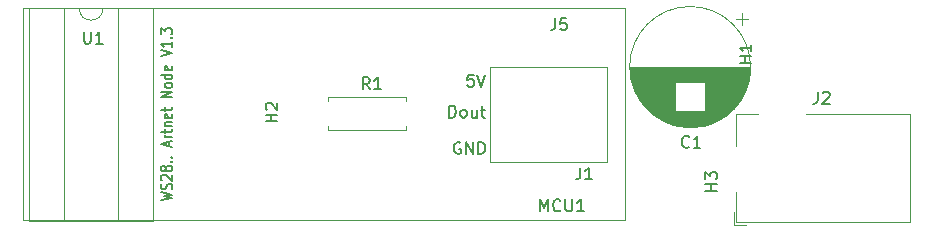
<source format=gbr>
G04 #@! TF.GenerationSoftware,KiCad,Pcbnew,(5.1.4)-1*
G04 #@! TF.CreationDate,2019-11-20T20:31:01+01:00*
G04 #@! TF.ProjectId,ArtNetNode1.2,4172744e-6574-44e6-9f64-65312e322e6b,rev?*
G04 #@! TF.SameCoordinates,Original*
G04 #@! TF.FileFunction,Legend,Top*
G04 #@! TF.FilePolarity,Positive*
%FSLAX46Y46*%
G04 Gerber Fmt 4.6, Leading zero omitted, Abs format (unit mm)*
G04 Created by KiCad (PCBNEW (5.1.4)-1) date 2019-11-20 20:31:01*
%MOMM*%
%LPD*%
G04 APERTURE LIST*
%ADD10C,0.150000*%
%ADD11C,0.120000*%
G04 APERTURE END LIST*
D10*
X172426380Y-73354285D02*
X173426380Y-73163809D01*
X172712095Y-73011428D01*
X173426380Y-72859047D01*
X172426380Y-72668571D01*
X173378761Y-72401904D02*
X173426380Y-72287619D01*
X173426380Y-72097142D01*
X173378761Y-72020952D01*
X173331142Y-71982857D01*
X173235904Y-71944761D01*
X173140666Y-71944761D01*
X173045428Y-71982857D01*
X172997809Y-72020952D01*
X172950190Y-72097142D01*
X172902571Y-72249523D01*
X172854952Y-72325714D01*
X172807333Y-72363809D01*
X172712095Y-72401904D01*
X172616857Y-72401904D01*
X172521619Y-72363809D01*
X172474000Y-72325714D01*
X172426380Y-72249523D01*
X172426380Y-72059047D01*
X172474000Y-71944761D01*
X172521619Y-71640000D02*
X172474000Y-71601904D01*
X172426380Y-71525714D01*
X172426380Y-71335238D01*
X172474000Y-71259047D01*
X172521619Y-71220952D01*
X172616857Y-71182857D01*
X172712095Y-71182857D01*
X172854952Y-71220952D01*
X173426380Y-71678095D01*
X173426380Y-71182857D01*
X172854952Y-70725714D02*
X172807333Y-70801904D01*
X172759714Y-70840000D01*
X172664476Y-70878095D01*
X172616857Y-70878095D01*
X172521619Y-70840000D01*
X172474000Y-70801904D01*
X172426380Y-70725714D01*
X172426380Y-70573333D01*
X172474000Y-70497142D01*
X172521619Y-70459047D01*
X172616857Y-70420952D01*
X172664476Y-70420952D01*
X172759714Y-70459047D01*
X172807333Y-70497142D01*
X172854952Y-70573333D01*
X172854952Y-70725714D01*
X172902571Y-70801904D01*
X172950190Y-70840000D01*
X173045428Y-70878095D01*
X173235904Y-70878095D01*
X173331142Y-70840000D01*
X173378761Y-70801904D01*
X173426380Y-70725714D01*
X173426380Y-70573333D01*
X173378761Y-70497142D01*
X173331142Y-70459047D01*
X173235904Y-70420952D01*
X173045428Y-70420952D01*
X172950190Y-70459047D01*
X172902571Y-70497142D01*
X172854952Y-70573333D01*
X173331142Y-70078095D02*
X173378761Y-70040000D01*
X173426380Y-70078095D01*
X173378761Y-70116190D01*
X173331142Y-70078095D01*
X173426380Y-70078095D01*
X173331142Y-69697142D02*
X173378761Y-69659047D01*
X173426380Y-69697142D01*
X173378761Y-69735238D01*
X173331142Y-69697142D01*
X173426380Y-69697142D01*
X173140666Y-68744761D02*
X173140666Y-68363809D01*
X173426380Y-68820952D02*
X172426380Y-68554285D01*
X173426380Y-68287619D01*
X173426380Y-68020952D02*
X172759714Y-68020952D01*
X172950190Y-68020952D02*
X172854952Y-67982857D01*
X172807333Y-67944761D01*
X172759714Y-67868571D01*
X172759714Y-67792380D01*
X172759714Y-67640000D02*
X172759714Y-67335238D01*
X172426380Y-67525714D02*
X173283523Y-67525714D01*
X173378761Y-67487619D01*
X173426380Y-67411428D01*
X173426380Y-67335238D01*
X172759714Y-67068571D02*
X173426380Y-67068571D01*
X172854952Y-67068571D02*
X172807333Y-67030476D01*
X172759714Y-66954285D01*
X172759714Y-66840000D01*
X172807333Y-66763809D01*
X172902571Y-66725714D01*
X173426380Y-66725714D01*
X173378761Y-66040000D02*
X173426380Y-66116190D01*
X173426380Y-66268571D01*
X173378761Y-66344761D01*
X173283523Y-66382857D01*
X172902571Y-66382857D01*
X172807333Y-66344761D01*
X172759714Y-66268571D01*
X172759714Y-66116190D01*
X172807333Y-66040000D01*
X172902571Y-66001904D01*
X172997809Y-66001904D01*
X173093047Y-66382857D01*
X172759714Y-65773333D02*
X172759714Y-65468571D01*
X172426380Y-65659047D02*
X173283523Y-65659047D01*
X173378761Y-65620952D01*
X173426380Y-65544761D01*
X173426380Y-65468571D01*
X173426380Y-64592380D02*
X172426380Y-64592380D01*
X173426380Y-64135238D01*
X172426380Y-64135238D01*
X173426380Y-63640000D02*
X173378761Y-63716190D01*
X173331142Y-63754285D01*
X173235904Y-63792380D01*
X172950190Y-63792380D01*
X172854952Y-63754285D01*
X172807333Y-63716190D01*
X172759714Y-63640000D01*
X172759714Y-63525714D01*
X172807333Y-63449523D01*
X172854952Y-63411428D01*
X172950190Y-63373333D01*
X173235904Y-63373333D01*
X173331142Y-63411428D01*
X173378761Y-63449523D01*
X173426380Y-63525714D01*
X173426380Y-63640000D01*
X173426380Y-62687619D02*
X172426380Y-62687619D01*
X173378761Y-62687619D02*
X173426380Y-62763809D01*
X173426380Y-62916190D01*
X173378761Y-62992380D01*
X173331142Y-63030476D01*
X173235904Y-63068571D01*
X172950190Y-63068571D01*
X172854952Y-63030476D01*
X172807333Y-62992380D01*
X172759714Y-62916190D01*
X172759714Y-62763809D01*
X172807333Y-62687619D01*
X173378761Y-62001904D02*
X173426380Y-62078095D01*
X173426380Y-62230476D01*
X173378761Y-62306666D01*
X173283523Y-62344761D01*
X172902571Y-62344761D01*
X172807333Y-62306666D01*
X172759714Y-62230476D01*
X172759714Y-62078095D01*
X172807333Y-62001904D01*
X172902571Y-61963809D01*
X172997809Y-61963809D01*
X173093047Y-62344761D01*
X172426380Y-61125714D02*
X173426380Y-60859047D01*
X172426380Y-60592380D01*
X173426380Y-59906666D02*
X173426380Y-60363809D01*
X173426380Y-60135238D02*
X172426380Y-60135238D01*
X172569238Y-60211428D01*
X172664476Y-60287619D01*
X172712095Y-60363809D01*
X173331142Y-59563809D02*
X173378761Y-59525714D01*
X173426380Y-59563809D01*
X173378761Y-59601904D01*
X173331142Y-59563809D01*
X173426380Y-59563809D01*
X172426380Y-59259047D02*
X172426380Y-58763809D01*
X172807333Y-59030476D01*
X172807333Y-58916190D01*
X172854952Y-58840000D01*
X172902571Y-58801904D01*
X172997809Y-58763809D01*
X173235904Y-58763809D01*
X173331142Y-58801904D01*
X173378761Y-58840000D01*
X173426380Y-58916190D01*
X173426380Y-59144761D01*
X173378761Y-59220952D01*
X173331142Y-59259047D01*
D11*
X222379600Y-62046000D02*
G75*
G03X222379600Y-62046000I-5120000J0D01*
G01*
X222339600Y-62046000D02*
X212179600Y-62046000D01*
X222339600Y-62086000D02*
X212179600Y-62086000D01*
X222339600Y-62126000D02*
X212179600Y-62126000D01*
X222338600Y-62166000D02*
X212180600Y-62166000D01*
X222337600Y-62206000D02*
X212181600Y-62206000D01*
X222336600Y-62246000D02*
X212182600Y-62246000D01*
X222334600Y-62286000D02*
X212184600Y-62286000D01*
X222332600Y-62326000D02*
X212186600Y-62326000D01*
X222329600Y-62366000D02*
X212189600Y-62366000D01*
X222327600Y-62406000D02*
X212191600Y-62406000D01*
X222324600Y-62446000D02*
X212194600Y-62446000D01*
X222321600Y-62486000D02*
X212197600Y-62486000D01*
X222317600Y-62526000D02*
X212201600Y-62526000D01*
X222313600Y-62566000D02*
X212205600Y-62566000D01*
X222309600Y-62606000D02*
X212209600Y-62606000D01*
X222304600Y-62646000D02*
X212214600Y-62646000D01*
X222299600Y-62686000D02*
X212219600Y-62686000D01*
X222294600Y-62726000D02*
X212224600Y-62726000D01*
X222289600Y-62767000D02*
X212229600Y-62767000D01*
X222283600Y-62807000D02*
X212235600Y-62807000D01*
X222277600Y-62847000D02*
X212241600Y-62847000D01*
X222270600Y-62887000D02*
X212248600Y-62887000D01*
X222263600Y-62927000D02*
X212255600Y-62927000D01*
X222256600Y-62967000D02*
X212262600Y-62967000D01*
X222249600Y-63007000D02*
X212269600Y-63007000D01*
X222241600Y-63047000D02*
X212277600Y-63047000D01*
X222233600Y-63087000D02*
X212285600Y-63087000D01*
X222224600Y-63127000D02*
X212294600Y-63127000D01*
X222215600Y-63167000D02*
X212303600Y-63167000D01*
X222206600Y-63207000D02*
X212312600Y-63207000D01*
X222197600Y-63247000D02*
X212321600Y-63247000D01*
X222187600Y-63287000D02*
X212331600Y-63287000D01*
X222177600Y-63327000D02*
X218500600Y-63327000D01*
X216018600Y-63327000D02*
X212341600Y-63327000D01*
X222166600Y-63367000D02*
X218500600Y-63367000D01*
X216018600Y-63367000D02*
X212352600Y-63367000D01*
X222156600Y-63407000D02*
X218500600Y-63407000D01*
X216018600Y-63407000D02*
X212362600Y-63407000D01*
X222144600Y-63447000D02*
X218500600Y-63447000D01*
X216018600Y-63447000D02*
X212374600Y-63447000D01*
X222133600Y-63487000D02*
X218500600Y-63487000D01*
X216018600Y-63487000D02*
X212385600Y-63487000D01*
X222121600Y-63527000D02*
X218500600Y-63527000D01*
X216018600Y-63527000D02*
X212397600Y-63527000D01*
X222109600Y-63567000D02*
X218500600Y-63567000D01*
X216018600Y-63567000D02*
X212409600Y-63567000D01*
X222096600Y-63607000D02*
X218500600Y-63607000D01*
X216018600Y-63607000D02*
X212422600Y-63607000D01*
X222083600Y-63647000D02*
X218500600Y-63647000D01*
X216018600Y-63647000D02*
X212435600Y-63647000D01*
X222070600Y-63687000D02*
X218500600Y-63687000D01*
X216018600Y-63687000D02*
X212448600Y-63687000D01*
X222056600Y-63727000D02*
X218500600Y-63727000D01*
X216018600Y-63727000D02*
X212462600Y-63727000D01*
X222042600Y-63767000D02*
X218500600Y-63767000D01*
X216018600Y-63767000D02*
X212476600Y-63767000D01*
X222027600Y-63807000D02*
X218500600Y-63807000D01*
X216018600Y-63807000D02*
X212491600Y-63807000D01*
X222013600Y-63847000D02*
X218500600Y-63847000D01*
X216018600Y-63847000D02*
X212505600Y-63847000D01*
X221997600Y-63887000D02*
X218500600Y-63887000D01*
X216018600Y-63887000D02*
X212521600Y-63887000D01*
X221982600Y-63927000D02*
X218500600Y-63927000D01*
X216018600Y-63927000D02*
X212536600Y-63927000D01*
X221966600Y-63967000D02*
X218500600Y-63967000D01*
X216018600Y-63967000D02*
X212552600Y-63967000D01*
X221949600Y-64007000D02*
X218500600Y-64007000D01*
X216018600Y-64007000D02*
X212569600Y-64007000D01*
X221933600Y-64047000D02*
X218500600Y-64047000D01*
X216018600Y-64047000D02*
X212585600Y-64047000D01*
X221916600Y-64087000D02*
X218500600Y-64087000D01*
X216018600Y-64087000D02*
X212602600Y-64087000D01*
X221898600Y-64127000D02*
X218500600Y-64127000D01*
X216018600Y-64127000D02*
X212620600Y-64127000D01*
X221880600Y-64167000D02*
X218500600Y-64167000D01*
X216018600Y-64167000D02*
X212638600Y-64167000D01*
X221862600Y-64207000D02*
X218500600Y-64207000D01*
X216018600Y-64207000D02*
X212656600Y-64207000D01*
X221843600Y-64247000D02*
X218500600Y-64247000D01*
X216018600Y-64247000D02*
X212675600Y-64247000D01*
X221823600Y-64287000D02*
X218500600Y-64287000D01*
X216018600Y-64287000D02*
X212695600Y-64287000D01*
X221804600Y-64327000D02*
X218500600Y-64327000D01*
X216018600Y-64327000D02*
X212714600Y-64327000D01*
X221784600Y-64367000D02*
X218500600Y-64367000D01*
X216018600Y-64367000D02*
X212734600Y-64367000D01*
X221763600Y-64407000D02*
X218500600Y-64407000D01*
X216018600Y-64407000D02*
X212755600Y-64407000D01*
X221742600Y-64447000D02*
X218500600Y-64447000D01*
X216018600Y-64447000D02*
X212776600Y-64447000D01*
X221721600Y-64487000D02*
X218500600Y-64487000D01*
X216018600Y-64487000D02*
X212797600Y-64487000D01*
X221699600Y-64527000D02*
X218500600Y-64527000D01*
X216018600Y-64527000D02*
X212819600Y-64527000D01*
X221676600Y-64567000D02*
X218500600Y-64567000D01*
X216018600Y-64567000D02*
X212842600Y-64567000D01*
X221654600Y-64607000D02*
X218500600Y-64607000D01*
X216018600Y-64607000D02*
X212864600Y-64607000D01*
X221630600Y-64647000D02*
X218500600Y-64647000D01*
X216018600Y-64647000D02*
X212888600Y-64647000D01*
X221606600Y-64687000D02*
X218500600Y-64687000D01*
X216018600Y-64687000D02*
X212912600Y-64687000D01*
X221582600Y-64727000D02*
X218500600Y-64727000D01*
X216018600Y-64727000D02*
X212936600Y-64727000D01*
X221557600Y-64767000D02*
X218500600Y-64767000D01*
X216018600Y-64767000D02*
X212961600Y-64767000D01*
X221532600Y-64807000D02*
X218500600Y-64807000D01*
X216018600Y-64807000D02*
X212986600Y-64807000D01*
X221506600Y-64847000D02*
X218500600Y-64847000D01*
X216018600Y-64847000D02*
X213012600Y-64847000D01*
X221480600Y-64887000D02*
X218500600Y-64887000D01*
X216018600Y-64887000D02*
X213038600Y-64887000D01*
X221453600Y-64927000D02*
X218500600Y-64927000D01*
X216018600Y-64927000D02*
X213065600Y-64927000D01*
X221425600Y-64967000D02*
X218500600Y-64967000D01*
X216018600Y-64967000D02*
X213093600Y-64967000D01*
X221397600Y-65007000D02*
X218500600Y-65007000D01*
X216018600Y-65007000D02*
X213121600Y-65007000D01*
X221369600Y-65047000D02*
X218500600Y-65047000D01*
X216018600Y-65047000D02*
X213149600Y-65047000D01*
X221339600Y-65087000D02*
X218500600Y-65087000D01*
X216018600Y-65087000D02*
X213179600Y-65087000D01*
X221309600Y-65127000D02*
X218500600Y-65127000D01*
X216018600Y-65127000D02*
X213209600Y-65127000D01*
X221279600Y-65167000D02*
X218500600Y-65167000D01*
X216018600Y-65167000D02*
X213239600Y-65167000D01*
X221248600Y-65207000D02*
X218500600Y-65207000D01*
X216018600Y-65207000D02*
X213270600Y-65207000D01*
X221216600Y-65247000D02*
X218500600Y-65247000D01*
X216018600Y-65247000D02*
X213302600Y-65247000D01*
X221184600Y-65287000D02*
X218500600Y-65287000D01*
X216018600Y-65287000D02*
X213334600Y-65287000D01*
X221151600Y-65327000D02*
X218500600Y-65327000D01*
X216018600Y-65327000D02*
X213367600Y-65327000D01*
X221117600Y-65367000D02*
X218500600Y-65367000D01*
X216018600Y-65367000D02*
X213401600Y-65367000D01*
X221083600Y-65407000D02*
X218500600Y-65407000D01*
X216018600Y-65407000D02*
X213435600Y-65407000D01*
X221048600Y-65447000D02*
X218500600Y-65447000D01*
X216018600Y-65447000D02*
X213470600Y-65447000D01*
X221012600Y-65487000D02*
X218500600Y-65487000D01*
X216018600Y-65487000D02*
X213506600Y-65487000D01*
X220975600Y-65527000D02*
X218500600Y-65527000D01*
X216018600Y-65527000D02*
X213543600Y-65527000D01*
X220938600Y-65567000D02*
X218500600Y-65567000D01*
X216018600Y-65567000D02*
X213580600Y-65567000D01*
X220899600Y-65607000D02*
X218500600Y-65607000D01*
X216018600Y-65607000D02*
X213619600Y-65607000D01*
X220860600Y-65647000D02*
X218500600Y-65647000D01*
X216018600Y-65647000D02*
X213658600Y-65647000D01*
X220820600Y-65687000D02*
X218500600Y-65687000D01*
X216018600Y-65687000D02*
X213698600Y-65687000D01*
X220779600Y-65727000D02*
X218500600Y-65727000D01*
X216018600Y-65727000D02*
X213739600Y-65727000D01*
X220737600Y-65767000D02*
X218500600Y-65767000D01*
X216018600Y-65767000D02*
X213781600Y-65767000D01*
X220695600Y-65807000D02*
X213823600Y-65807000D01*
X220651600Y-65847000D02*
X213867600Y-65847000D01*
X220606600Y-65887000D02*
X213912600Y-65887000D01*
X220560600Y-65927000D02*
X213958600Y-65927000D01*
X220513600Y-65967000D02*
X214005600Y-65967000D01*
X220465600Y-66007000D02*
X214053600Y-66007000D01*
X220415600Y-66047000D02*
X214103600Y-66047000D01*
X220365600Y-66087000D02*
X214153600Y-66087000D01*
X220313600Y-66127000D02*
X214205600Y-66127000D01*
X220259600Y-66167000D02*
X214259600Y-66167000D01*
X220204600Y-66207000D02*
X214314600Y-66207000D01*
X220148600Y-66247000D02*
X214370600Y-66247000D01*
X220089600Y-66287000D02*
X214429600Y-66287000D01*
X220029600Y-66327000D02*
X214489600Y-66327000D01*
X219968600Y-66367000D02*
X214550600Y-66367000D01*
X219904600Y-66407000D02*
X214614600Y-66407000D01*
X219838600Y-66447000D02*
X214680600Y-66447000D01*
X219769600Y-66487000D02*
X214749600Y-66487000D01*
X219698600Y-66527000D02*
X214820600Y-66527000D01*
X219624600Y-66567000D02*
X214894600Y-66567000D01*
X219548600Y-66607000D02*
X214970600Y-66607000D01*
X219468600Y-66647000D02*
X215050600Y-66647000D01*
X219384600Y-66687000D02*
X215134600Y-66687000D01*
X219296600Y-66727000D02*
X215222600Y-66727000D01*
X219203600Y-66767000D02*
X215315600Y-66767000D01*
X219105600Y-66807000D02*
X215413600Y-66807000D01*
X219001600Y-66847000D02*
X215517600Y-66847000D01*
X218889600Y-66887000D02*
X215629600Y-66887000D01*
X218769600Y-66927000D02*
X215749600Y-66927000D01*
X218637600Y-66967000D02*
X215881600Y-66967000D01*
X218489600Y-67007000D02*
X216029600Y-67007000D01*
X218321600Y-67047000D02*
X216197600Y-67047000D01*
X218121600Y-67087000D02*
X216397600Y-67087000D01*
X217858600Y-67127000D02*
X216660600Y-67127000D01*
X221634600Y-57466354D02*
X221634600Y-58466354D01*
X222134600Y-57966354D02*
X221134600Y-57966354D01*
X160770000Y-75040000D02*
X211770000Y-75040000D01*
X160770000Y-75040000D02*
X160770000Y-57040000D01*
X160770000Y-57040000D02*
X211770000Y-57040000D01*
X211770000Y-75040000D02*
X211770000Y-57040000D01*
X220944000Y-74362000D02*
X220944000Y-75412000D01*
X221994000Y-75412000D02*
X220944000Y-75412000D01*
X227044000Y-66012000D02*
X235844000Y-66012000D01*
X235844000Y-66012000D02*
X235844000Y-75212000D01*
X221144000Y-68712000D02*
X221144000Y-66012000D01*
X221144000Y-66012000D02*
X223044000Y-66012000D01*
X235844000Y-75212000D02*
X221144000Y-75212000D01*
X221144000Y-75212000D02*
X221144000Y-72612000D01*
X210180000Y-70080000D02*
X210180000Y-62080000D01*
X210180000Y-70080000D02*
X200280000Y-70080000D01*
X210180000Y-62080000D02*
X200280000Y-62080000D01*
X200280000Y-62080000D02*
X200280000Y-70080000D01*
X186633800Y-64957600D02*
X186633800Y-64627600D01*
X186633800Y-64627600D02*
X193173800Y-64627600D01*
X193173800Y-64627600D02*
X193173800Y-64957600D01*
X186633800Y-67037600D02*
X186633800Y-67367600D01*
X186633800Y-67367600D02*
X193173800Y-67367600D01*
X193173800Y-67367600D02*
X193173800Y-67037600D01*
X167535800Y-57090000D02*
G75*
G02X165535800Y-57090000I-1000000J0D01*
G01*
X165535800Y-57090000D02*
X164285800Y-57090000D01*
X164285800Y-57090000D02*
X164285800Y-74990000D01*
X164285800Y-74990000D02*
X168785800Y-74990000D01*
X168785800Y-74990000D02*
X168785800Y-57090000D01*
X168785800Y-57090000D02*
X167535800Y-57090000D01*
X161285800Y-57030000D02*
X161285800Y-75050000D01*
X161285800Y-75050000D02*
X171785800Y-75050000D01*
X171785800Y-75050000D02*
X171785800Y-57030000D01*
X171785800Y-57030000D02*
X161285800Y-57030000D01*
D10*
X217181833Y-68793142D02*
X217134214Y-68840761D01*
X216991357Y-68888380D01*
X216896119Y-68888380D01*
X216753261Y-68840761D01*
X216658023Y-68745523D01*
X216610404Y-68650285D01*
X216562785Y-68459809D01*
X216562785Y-68316952D01*
X216610404Y-68126476D01*
X216658023Y-68031238D01*
X216753261Y-67936000D01*
X216896119Y-67888380D01*
X216991357Y-67888380D01*
X217134214Y-67936000D01*
X217181833Y-67983619D01*
X218134214Y-68888380D02*
X217562785Y-68888380D01*
X217848500Y-68888380D02*
X217848500Y-67888380D01*
X217753261Y-68031238D01*
X217658023Y-68126476D01*
X217562785Y-68174095D01*
X205836666Y-57912380D02*
X205836666Y-58626666D01*
X205789047Y-58769523D01*
X205693809Y-58864761D01*
X205550952Y-58912380D01*
X205455714Y-58912380D01*
X206789047Y-57912380D02*
X206312857Y-57912380D01*
X206265238Y-58388571D01*
X206312857Y-58340952D01*
X206408095Y-58293333D01*
X206646190Y-58293333D01*
X206741428Y-58340952D01*
X206789047Y-58388571D01*
X206836666Y-58483809D01*
X206836666Y-58721904D01*
X206789047Y-58817142D01*
X206741428Y-58864761D01*
X206646190Y-58912380D01*
X206408095Y-58912380D01*
X206312857Y-58864761D01*
X206265238Y-58817142D01*
X182312380Y-66661904D02*
X181312380Y-66661904D01*
X181788571Y-66661904D02*
X181788571Y-66090476D01*
X182312380Y-66090476D02*
X181312380Y-66090476D01*
X181407619Y-65661904D02*
X181360000Y-65614285D01*
X181312380Y-65519047D01*
X181312380Y-65280952D01*
X181360000Y-65185714D01*
X181407619Y-65138095D01*
X181502857Y-65090476D01*
X181598095Y-65090476D01*
X181740952Y-65138095D01*
X182312380Y-65709523D01*
X182312380Y-65090476D01*
X204556666Y-74262380D02*
X204556666Y-73262380D01*
X204890000Y-73976666D01*
X205223333Y-73262380D01*
X205223333Y-74262380D01*
X206270952Y-74167142D02*
X206223333Y-74214761D01*
X206080476Y-74262380D01*
X205985238Y-74262380D01*
X205842380Y-74214761D01*
X205747142Y-74119523D01*
X205699523Y-74024285D01*
X205651904Y-73833809D01*
X205651904Y-73690952D01*
X205699523Y-73500476D01*
X205747142Y-73405238D01*
X205842380Y-73310000D01*
X205985238Y-73262380D01*
X206080476Y-73262380D01*
X206223333Y-73310000D01*
X206270952Y-73357619D01*
X206699523Y-73262380D02*
X206699523Y-74071904D01*
X206747142Y-74167142D01*
X206794761Y-74214761D01*
X206890000Y-74262380D01*
X207080476Y-74262380D01*
X207175714Y-74214761D01*
X207223333Y-74167142D01*
X207270952Y-74071904D01*
X207270952Y-73262380D01*
X208270952Y-74262380D02*
X207699523Y-74262380D01*
X207985238Y-74262380D02*
X207985238Y-73262380D01*
X207890000Y-73405238D01*
X207794761Y-73500476D01*
X207699523Y-73548095D01*
X219527380Y-72516904D02*
X218527380Y-72516904D01*
X219003571Y-72516904D02*
X219003571Y-71945476D01*
X219527380Y-71945476D02*
X218527380Y-71945476D01*
X218527380Y-71564523D02*
X218527380Y-70945476D01*
X218908333Y-71278809D01*
X218908333Y-71135952D01*
X218955952Y-71040714D01*
X219003571Y-70993095D01*
X219098809Y-70945476D01*
X219336904Y-70945476D01*
X219432142Y-70993095D01*
X219479761Y-71040714D01*
X219527380Y-71135952D01*
X219527380Y-71421666D01*
X219479761Y-71516904D01*
X219432142Y-71564523D01*
X222448380Y-61721904D02*
X221448380Y-61721904D01*
X221924571Y-61721904D02*
X221924571Y-61150476D01*
X222448380Y-61150476D02*
X221448380Y-61150476D01*
X222448380Y-60150476D02*
X222448380Y-60721904D01*
X222448380Y-60436190D02*
X221448380Y-60436190D01*
X221591238Y-60531428D01*
X221686476Y-60626666D01*
X221734095Y-60721904D01*
X228072666Y-64158880D02*
X228072666Y-64873166D01*
X228025047Y-65016023D01*
X227929809Y-65111261D01*
X227786952Y-65158880D01*
X227691714Y-65158880D01*
X228501238Y-64254119D02*
X228548857Y-64206500D01*
X228644095Y-64158880D01*
X228882190Y-64158880D01*
X228977428Y-64206500D01*
X229025047Y-64254119D01*
X229072666Y-64349357D01*
X229072666Y-64444595D01*
X229025047Y-64587452D01*
X228453619Y-65158880D01*
X229072666Y-65158880D01*
X207946666Y-70572380D02*
X207946666Y-71286666D01*
X207899047Y-71429523D01*
X207803809Y-71524761D01*
X207660952Y-71572380D01*
X207565714Y-71572380D01*
X208946666Y-71572380D02*
X208375238Y-71572380D01*
X208660952Y-71572380D02*
X208660952Y-70572380D01*
X208565714Y-70715238D01*
X208470476Y-70810476D01*
X208375238Y-70858095D01*
X198919523Y-62712380D02*
X198443333Y-62712380D01*
X198395714Y-63188571D01*
X198443333Y-63140952D01*
X198538571Y-63093333D01*
X198776666Y-63093333D01*
X198871904Y-63140952D01*
X198919523Y-63188571D01*
X198967142Y-63283809D01*
X198967142Y-63521904D01*
X198919523Y-63617142D01*
X198871904Y-63664761D01*
X198776666Y-63712380D01*
X198538571Y-63712380D01*
X198443333Y-63664761D01*
X198395714Y-63617142D01*
X199252857Y-62712380D02*
X199586190Y-63712380D01*
X199919523Y-62712380D01*
X196857619Y-66332380D02*
X196857619Y-65332380D01*
X197095714Y-65332380D01*
X197238571Y-65380000D01*
X197333809Y-65475238D01*
X197381428Y-65570476D01*
X197429047Y-65760952D01*
X197429047Y-65903809D01*
X197381428Y-66094285D01*
X197333809Y-66189523D01*
X197238571Y-66284761D01*
X197095714Y-66332380D01*
X196857619Y-66332380D01*
X198000476Y-66332380D02*
X197905238Y-66284761D01*
X197857619Y-66237142D01*
X197810000Y-66141904D01*
X197810000Y-65856190D01*
X197857619Y-65760952D01*
X197905238Y-65713333D01*
X198000476Y-65665714D01*
X198143333Y-65665714D01*
X198238571Y-65713333D01*
X198286190Y-65760952D01*
X198333809Y-65856190D01*
X198333809Y-66141904D01*
X198286190Y-66237142D01*
X198238571Y-66284761D01*
X198143333Y-66332380D01*
X198000476Y-66332380D01*
X199190952Y-65665714D02*
X199190952Y-66332380D01*
X198762380Y-65665714D02*
X198762380Y-66189523D01*
X198810000Y-66284761D01*
X198905238Y-66332380D01*
X199048095Y-66332380D01*
X199143333Y-66284761D01*
X199190952Y-66237142D01*
X199524285Y-65665714D02*
X199905238Y-65665714D01*
X199667142Y-65332380D02*
X199667142Y-66189523D01*
X199714761Y-66284761D01*
X199810000Y-66332380D01*
X199905238Y-66332380D01*
X197818095Y-68470000D02*
X197722857Y-68422380D01*
X197580000Y-68422380D01*
X197437142Y-68470000D01*
X197341904Y-68565238D01*
X197294285Y-68660476D01*
X197246666Y-68850952D01*
X197246666Y-68993809D01*
X197294285Y-69184285D01*
X197341904Y-69279523D01*
X197437142Y-69374761D01*
X197580000Y-69422380D01*
X197675238Y-69422380D01*
X197818095Y-69374761D01*
X197865714Y-69327142D01*
X197865714Y-68993809D01*
X197675238Y-68993809D01*
X198294285Y-69422380D02*
X198294285Y-68422380D01*
X198865714Y-69422380D01*
X198865714Y-68422380D01*
X199341904Y-69422380D02*
X199341904Y-68422380D01*
X199580000Y-68422380D01*
X199722857Y-68470000D01*
X199818095Y-68565238D01*
X199865714Y-68660476D01*
X199913333Y-68850952D01*
X199913333Y-68993809D01*
X199865714Y-69184285D01*
X199818095Y-69279523D01*
X199722857Y-69374761D01*
X199580000Y-69422380D01*
X199341904Y-69422380D01*
X190130833Y-63935380D02*
X189797500Y-63459190D01*
X189559404Y-63935380D02*
X189559404Y-62935380D01*
X189940357Y-62935380D01*
X190035595Y-62983000D01*
X190083214Y-63030619D01*
X190130833Y-63125857D01*
X190130833Y-63268714D01*
X190083214Y-63363952D01*
X190035595Y-63411571D01*
X189940357Y-63459190D01*
X189559404Y-63459190D01*
X191083214Y-63935380D02*
X190511785Y-63935380D01*
X190797500Y-63935380D02*
X190797500Y-62935380D01*
X190702261Y-63078238D01*
X190607023Y-63173476D01*
X190511785Y-63221095D01*
X165938095Y-59072380D02*
X165938095Y-59881904D01*
X165985714Y-59977142D01*
X166033333Y-60024761D01*
X166128571Y-60072380D01*
X166319047Y-60072380D01*
X166414285Y-60024761D01*
X166461904Y-59977142D01*
X166509523Y-59881904D01*
X166509523Y-59072380D01*
X167509523Y-60072380D02*
X166938095Y-60072380D01*
X167223809Y-60072380D02*
X167223809Y-59072380D01*
X167128571Y-59215238D01*
X167033333Y-59310476D01*
X166938095Y-59358095D01*
M02*

</source>
